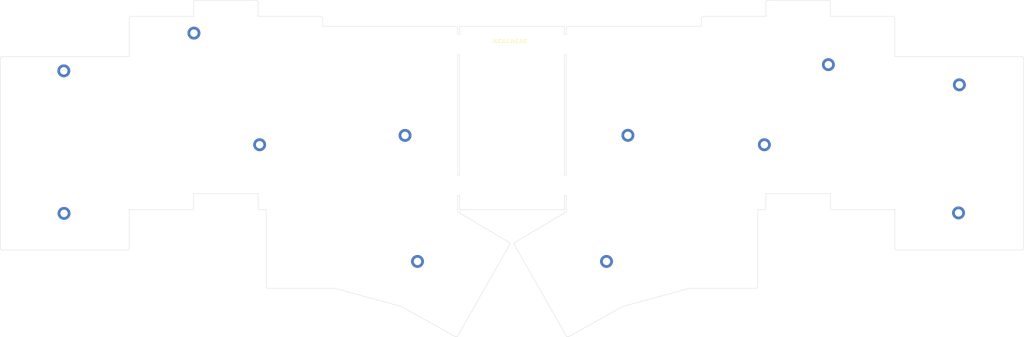
<source format=kicad_pcb>
(kicad_pcb (version 20221018) (generator pcbnew)
  (layers (0 "F.Cu" signal) (31 "B.Cu" signal) (34 "B.Paste" user) (35 "F.Paste" user) (36 "B.SilkS" user "B.Silkscreen") (37 "F.SilkS" user "F.Silkscreen") (38 "B.Mask" user) (39 "F.Mask" user) (44 "Edge.Cuts" user))
  (net 0 "")
  (footprint "MountingHole:MountingHole_2.2mm_M2_DIN965_Pad" (layer "F.Cu") (at 277.893794 115.42089)
    (fp_text reference "H12" hide)
    (fp_text value "MountingHole")
    (pad "1" thru_hole circle (at 0 0) (size 3.8 3.8) (drill 2.2) (layers "*.Cu" "*.Mask"))
  )
  (footprint "MountingHole:MountingHole_2.2mm_M2_DIN965_Pad" (layer "F.Cu") (at 335.50387 97.715258)
    (fp_text reference "H7" hide)
    (fp_text value "MountingHole")
    (pad "1" thru_hole circle (at 0 0) (size 3.8 3.8) (drill 2.2) (layers "*.Cu" "*.Mask"))
  )
  (footprint "MountingHole:MountingHole_2.2mm_M2_DIN965_Pad" (layer "F.Cu") (at 71.004848 135.700822)
    (fp_text reference "H2" hide)
    (fp_text value "MountingHole")
    (pad "1" thru_hole circle (at 0 0) (size 3.8 3.8) (drill 2.2) (layers "*.Cu" "*.Mask"))
  )
  (footprint "sepp:breakaway-mousebites" (layer "F.Cu") (at 219.334847 127.455826 90)
    (fp_text reference "H16" hide)
    (fp_text value "mousebites" hide)
    (pad "" np_thru_hole circle (at -2.54 -0.254 90) (size 0.7874 0.7874) (drill 0.7874) (layers "F&B.Cu" "*.Mask"))
    (pad "" np_thru_hole circle (at -1.27 -0.254 90) (size 0.7874 0.7874) (drill 0.7874) (layers "F&B.Cu" "*.Mask"))
    (pad "" np_thru_hole circle (at 0 -0.254 90) (size 0.7874 0.7874) (drill 0.7874) (layers "F&B.Cu" "*.Mask"))
    (pad "" np_thru_hole circle (at 1.27 -0.254 90) (size 0.7874 0.7874) (drill 0.7874) (layers "F&B.Cu" "*.Mask"))
    (pad "" np_thru_hole circle (at 2.54 -0.254 90) (size 0.7874 0.7874) (drill 0.7874) (layers "F&B.Cu" "*.Mask"))
  )
  (footprint "MountingHole:MountingHole_2.2mm_M2_DIN965_Pad" (layer "F.Cu") (at 296.808524 91.762126)
    (fp_text reference "H8" hide)
    (fp_text value "MountingHole")
    (pad "1" thru_hole circle (at 0 0) (size 3.8 3.8) (drill 2.2) (layers "*.Cu" "*.Mask"))
  )
  (footprint "MountingHole:MountingHole_2.2mm_M2_DIN965_Pad" (layer "F.Cu") (at 237.574449 112.641128)
    (fp_text reference "H4" hide)
    (fp_text value "MountingHole")
    (pad "1" thru_hole circle (at 0 0) (size 3.8 3.8) (drill 2.2) (layers "*.Cu" "*.Mask"))
  )
  (footprint "sepp:breakaway-mousebites" (layer "F.Cu") (at 219.3087 85.780826 90)
    (fp_text reference "H14" hide)
    (fp_text value "mousebites" hide)
    (pad "" np_thru_hole circle (at -2.54 -0.254 90) (size 0.7874 0.7874) (drill 0.7874) (layers "F&B.Cu" "*.Mask"))
    (pad "" np_thru_hole circle (at -1.27 -0.254 90) (size 0.7874 0.7874) (drill 0.7874) (layers "F&B.Cu" "*.Mask"))
    (pad "" np_thru_hole circle (at 0 -0.254 90) (size 0.7874 0.7874) (drill 0.7874) (layers "F&B.Cu" "*.Mask"))
    (pad "" np_thru_hole circle (at 1.27 -0.254 90) (size 0.7874 0.7874) (drill 0.7874) (layers "F&B.Cu" "*.Mask"))
    (pad "" np_thru_hole circle (at 2.54 -0.254 90) (size 0.7874 0.7874) (drill 0.7874) (layers "F&B.Cu" "*.Mask"))
  )
  (footprint "MountingHole:MountingHole_2.2mm_M2_DIN965_Pad" (layer "F.Cu") (at 175.424849 149.890821)
    (fp_text reference "H10" hide)
    (fp_text value "MountingHole")
    (pad "1" thru_hole circle (at 0 0) (size 3.8 3.8) (drill 2.2) (layers "*.Cu" "*.Mask"))
  )
  (footprint "sepp:breakaway-mousebites" (layer "F.Cu") (at 187.888848 85.770826 90)
    (fp_text reference "H13" hide)
    (fp_text value "mousebites" hide)
    (pad "" np_thru_hole circle (at -2.54 -0.254 90) (size 0.7874 0.7874) (drill 0.7874) (layers "F&B.Cu" "*.Mask"))
    (pad "" np_thru_hole circle (at -1.27 -0.254 90) (size 0.7874 0.7874) (drill 0.7874) (layers "F&B.Cu" "*.Mask"))
    (pad "" np_thru_hole circle (at 0 -0.254 90) (size 0.7874 0.7874) (drill 0.7874) (layers "F&B.Cu" "*.Mask"))
    (pad "" np_thru_hole circle (at 1.27 -0.254 90) (size 0.7874 0.7874) (drill 0.7874) (layers "F&B.Cu" "*.Mask"))
    (pad "" np_thru_hole circle (at 2.54 -0.254 90) (size 0.7874 0.7874) (drill 0.7874) (layers "F&B.Cu" "*.Mask"))
  )
  (footprint "MountingHole:MountingHole_2.2mm_M2_DIN965_Pad" (layer "F.Cu") (at 231.263797 149.890904)
    (fp_text reference "H3" hide)
    (fp_text value "MountingHole")
    (pad "1" thru_hole circle (at 0 0) (size 3.8 3.8) (drill 2.2) (layers "*.Cu" "*.Mask"))
  )
  (footprint "MountingHole:MountingHole_2.2mm_M2_DIN965_Pad" (layer "F.Cu") (at 70.934851 93.590824)
    (fp_text reference "H1" hide)
    (fp_text value "MountingHole")
    (pad "1" thru_hole circle (at 0 0) (size 3.8 3.8) (drill 2.2) (layers "*.Cu" "*.Mask"))
  )
  (footprint "MountingHole:MountingHole_2.2mm_M2_DIN965_Pad" (layer "F.Cu") (at 335.259848 135.555825)
    (fp_text reference "H11" hide)
    (fp_text value "MountingHole")
    (pad "1" thru_hole circle (at 0 0) (size 3.8 3.8) (drill 2.2) (layers "*.Cu" "*.Mask"))
  )
  (footprint "MountingHole:MountingHole_2.2mm_M2_DIN965_Pad" (layer "F.Cu") (at 128.794851 115.420825)
    (fp_text reference "H6" hide)
    (fp_text value "MountingHole")
    (pad "1" thru_hole circle (at 0 0) (size 3.8 3.8) (drill 2.2) (layers "*.Cu" "*.Mask"))
  )
  (footprint "MountingHole:MountingHole_2.2mm_M2_DIN965_Pad" (layer "F.Cu") (at 171.745565 112.664684)
    (fp_text reference "H9" hide)
    (fp_text value "MountingHole")
    (pad "1" thru_hole circle (at 0 0) (size 3.8 3.8) (drill 2.2) (layers "*.Cu" "*.Mask"))
  )
  (footprint "sepp:breakaway-mousebites" (layer "F.Cu") (at 187.888849 127.470827 90)
    (fp_text reference "H15" hide)
    (fp_text value "mousebites" hide)
    (pad "" np_thru_hole circle (at -2.54 -0.254 90) (size 0.7874 0.7874) (drill 0.7874) (layers "F&B.Cu" "*.Mask"))
    (pad "" np_thru_hole circle (at -1.27 -0.254 90) (size 0.7874 0.7874) (drill 0.7874) (layers "F&B.Cu" "*.Mask"))
    (pad "" np_thru_hole circle (at 0 -0.254 90) (size 0.7874 0.7874) (drill 0.7874) (layers "F&B.Cu" "*.Mask"))
    (pad "" np_thru_hole circle (at 1.27 -0.254 90) (size 0.7874 0.7874) (drill 0.7874) (layers "F&B.Cu" "*.Mask"))
    (pad "" np_thru_hole circle (at 2.54 -0.254 90) (size 0.7874 0.7874) (drill 0.7874) (layers "F&B.Cu" "*.Mask"))
  )
  (footprint "MountingHole:MountingHole_2.2mm_M2_DIN965_Pad" (layer "F.Cu") (at 109.374848 82.450824)
    (fp_text reference "H5" hide)
    (fp_text value "MountingHole")
    (pad "1" thru_hole circle (at 0 0) (size 3.8 3.8) (drill 2.2) (layers "*.Cu" "*.Mask"))
  )
  (gr_line (start 187.270932 82.832433) (end 187.866245 82.832429) (stroke (width 0.1)) (layer "Edge.Cuts"))
  (gr_arc (start 220.013148 172.12938) (mid 219.691848 172.122924) (end 219.417834 171.955018) (stroke (width 0.1)) (layer "Edge.Cuts"))
  (gr_line (start 186.675618 80.451177) (end 147.384962 80.451179) (stroke (width 0.1)) (layer "Edge.Cuts"))
  (gr_arc (start 203.939697 144.744983) (mid 203.985048 144.517179) (end 204.114058 144.324031) (stroke (width 0.1)) (layer "Edge.Cuts"))
  (gr_line (start 187.270933 88.785562) (end 187.866247 88.78556) (stroke (width 0.1)) (layer "Edge.Cuts"))
  (gr_line (start 187.270932 130.457469) (end 187.866244 130.45747) (stroke (width 0.1)) (layer "Edge.Cuts"))
  (gr_line (start 187.270932 89.380873) (end 187.270933 88.785562) (stroke (width 0.1)) (layer "Edge.Cuts"))
  (gr_arc (start 52.134883 89.976188) (mid 52.309267 89.555261) (end 52.730193 89.380873) (stroke (width 0.1)) (layer "Edge.Cuts"))
  (gr_arc (start 278.35382 73.307421) (mid 278.528148 72.88644) (end 278.949133 72.71211) (stroke (width 0.1)) (layer "Edge.Cuts"))
  (gr_line (start 219.417833 135.219973) (end 204.114058 144.324031) (stroke (width 0.1)) (layer "Edge.Cuts"))
  (gr_arc (start 128.93026 134.624662) (mid 128.509282 134.450324) (end 128.334945 134.029346) (stroke (width 0.1)) (layer "Edge.Cuts"))
  (gr_line (start 109.284929 73.307423) (end 109.28493 77.474614) (stroke (width 0.1)) (layer "Edge.Cuts"))
  (gr_line (start 187.270932 81.046492) (end 187.270932 82.832433) (stroke (width 0.1)) (layer "Edge.Cuts"))
  (gr_arc (start 146.78965 77.474611) (mid 147.210613 77.648961) (end 147.384958 78.069927) (stroke (width 0.1)) (layer "Edge.Cuts"))
  (gr_line (start 259.303805 80.451177) (end 220.013146 80.451177) (stroke (width 0.1)) (layer "Edge.Cuts"))
  (gr_line (start 202.574708 144.324033) (end 187.270931 135.219976) (stroke (width 0.1)) (layer "Edge.Cuts"))
  (gr_arc (start 131.31151 157.841867) (mid 130.890587 157.667477) (end 130.716197 157.246553) (stroke (width 0.1)) (layer "Edge.Cuts"))
  (gr_line (start 146.78965 77.474611) (end 128.334947 77.474617) (stroke (width 0.1)) (layer "Edge.Cuts"))
  (gr_line (start 218.822519 124.504342) (end 218.822521 88.785561) (stroke (width 0.1)) (layer "Edge.Cuts"))
  (gr_arc (start 127.739631 72.712108) (mid 128.160604 72.886448) (end 128.334945 73.307421) (stroke (width 0.1)) (layer "Edge.Cuts"))
  (gr_arc (start 90.234913 78.069927) (mid 90.409255 77.648957) (end 90.830224 77.474612) (stroke (width 0.1)) (layer "Edge.Cuts"))
  (gr_line (start 187.866241 80.451181) (end 187.866245 82.832429) (stroke (width 0.1)) (layer "Edge.Cuts"))
  (gr_line (start 316.453856 134.624661) (end 316.453853 145.93561) (stroke (width 0.1)) (layer "Edge.Cuts"))
  (gr_line (start 109.28493 77.474614) (end 90.830224 77.474612) (stroke (width 0.1)) (layer "Edge.Cuts"))
  (gr_line (start 90.234913 78.069927) (end 90.234913 89.380875) (stroke (width 0.1)) (layer "Edge.Cuts"))
  (gr_line (start 255.73193 157.84187) (end 275.377255 157.841868) (stroke (width 0.1)) (layer "Edge.Cuts"))
  (gr_line (start 90.234911 134.62466) (end 108.689619 134.624658) (stroke (width 0.1)) (layer "Edge.Cuts"))
  (gr_line (start 297.403838 77.474612) (end 297.403834 73.307423) (stroke (width 0.1)) (layer "Edge.Cuts"))
  (gr_arc (start 315.858541 77.474616) (mid 316.279518 77.648959) (end 316.453852 78.069926) (stroke (width 0.1)) (layer "Edge.Cuts"))
  (gr_arc (start 278.353821 134.029347) (mid 278.179383 134.450211) (end 277.758507 134.624658) (stroke (width 0.1)) (layer "Edge.Cuts"))
  (gr_line (start 278.35382 73.307421) (end 278.353818 77.474614) (stroke (width 0.1)) (layer "Edge.Cuts"))
  (gr_line (start 187.866246 134.624661) (end 218.822522 134.62466) (stroke (width 0.1)) (layer "Edge.Cuts"))
  (gr_line (start 109.284931 129.862156) (end 128.334946 129.862157) (stroke (width 0.1)) (layer "Edge.Cuts"))
  (gr_line (start 275.972566 157.246554) (end 275.972567 134.624662) (stroke (width 0.1)) (layer "Edge.Cuts"))
  (gr_line (start 187.27093 171.955016) (end 202.749069 144.744983) (stroke (width 0.1)) (layer "Edge.Cuts"))
  (gr_line (start 218.822522 80.451177) (end 187.866241 80.451181) (stroke (width 0.1)) (layer "Edge.Cuts"))
  (gr_line (start 128.334947 77.474617) (end 128.334945 73.307421) (stroke (width 0.1)) (layer "Edge.Cuts"))
  (gr_line (start 130.716197 134.624662) (end 130.716197 157.246553) (stroke (width 0.1)) (layer "Edge.Cuts"))
  (gr_line (start 187.27093 124.504342) (end 187.270932 89.380873) (stroke (width 0.1)) (layer "Edge.Cuts"))
  (gr_line (start 218.822522 134.62466) (end 218.822522 130.457469) (stroke (width 0.1)) (layer "Edge.Cuts"))
  (gr_line (start 150.956839 157.841865) (end 170.602168 163.199686) (stroke (width 0.1)) (layer "Edge.Cuts"))
  (gr_arc (start 187.27093 171.955016) (mid 186.996921 172.12293) (end 186.675619 172.129381) (stroke (width 0.1)) (layer "Edge.Cuts"))
  (gr_arc (start 275.972566 157.246554) (mid 275.798217 157.667516) (end 275.377255 157.841868) (stroke (width 0.1)) (layer "Edge.Cuts"))
  (gr_line (start 219.417833 124.504337) (end 218.822519 124.504342) (stroke (width 0.1)) (layer "Edge.Cuts"))
  (gr_line (start 296.808525 72.712107) (end 278.949133 72.71211) (stroke (width 0.1)) (layer "Edge.Cuts"))
  (gr_line (start 90.234913 89.380875) (end 52.730193 89.380873) (stroke (width 0.1)) (layer "Edge.Cuts"))
  (gr_arc (start 109.284929 73.307423) (mid 109.459297 72.886479) (end 109.880241 72.71211) (stroke (width 0.1)) (layer "Edge.Cuts"))
  (gr_line (start 203.939697 144.744983) (end 219.417834 171.955018) (stroke (width 0.1)) (layer "Edge.Cuts"))
  (gr_line (start 128.334946 129.862157) (end 128.334945 134.029346) (stroke (width 0.1)) (layer "Edge.Cuts"))
  (gr_line (start 131.31151 157.841867) (end 150.956839 157.841865) (stroke (width 0.1)) (layer "Edge.Cuts"))
  (gr_line (start 297.999152 134.62466) (end 316.453856 134.624661) (stroke (width 0.1)) (layer "Edge.Cuts"))
  (gr_arc (start 297.999152 134.62466) (mid 297.578245 134.450253) (end 297.403834 134.029346) (stroke (width 0.1)) (layer "Edge.Cuts"))
  (gr_line (start 52.134883 89.976188) (end 52.134882 145.935604) (stroke (width 0.1)) (layer "Edge.Cuts"))
  (gr_arc (start 52.730195 146.530923) (mid 52.309207 146.356594) (end 52.134882 145.935604) (stroke (width 0.1)) (layer "Edge.Cuts"))
  (gr_line (start 170.602168 163.199686) (end 186.675619 172.129381) (stroke (width 0.1)) (layer "Edge.Cuts"))
  (gr_line (start 147.384962 80.451179) (end 147.384958 78.069927) (stroke (width 0.1)) (layer "Edge.Cuts"))
  (gr_arc (start 109.284931 134.029349) (mid 109.110586 134.450315) (end 108.689619 134.624658) (stroke (width 0.1)) (layer "Edge.Cuts"))
  (gr_arc (start 219.417834 81.046491) (mid 219.592226 80.625558) (end 220.013146 80.451177) (stroke (width 0.1)) (layer "Edge.Cuts"))
  (gr_arc (start 186.675618 80.451177) (mid 187.096584 80.625525) (end 187.270932 81.046492) (stroke (width 0.1)) (layer "Edge.Cuts"))
  (gr_line (start 316.453855 89.380873) (end 316.453852 78.069926) (stroke (width 0.1)) (layer "Edge.Cuts"))
  (gr_line (start 218.822522 82.832431) (end 218.822522 80.451177) (stroke (width 0.1)) (layer "Edge.Cuts"))
  (gr_arc (start 90.234914 145.935606) (mid 90.060565 146.35657) (end 89.639602 146.53092) (stroke (width 0.1)) (layer "Edge.Cuts"))
  (gr_line (start 128.93026 134.624662) (end 130.716197 134.624662) (stroke (width 0.1)) (layer "Edge.Cuts"))
  (gr_line (start 90.234914 145.935606) (end 90.234911 134.62466) (stroke (width 0.1)) (layer "Edge.Cuts"))
  (gr_line (start 219.417835 82.832428) (end 219.417834 81.046491) (stroke (width 0.1)) (layer "Edge.Cuts"))
  (gr_line (start 219.417833 130.457467) (end 219.417833 135.219973) (stroke (width 0.1)) (layer "Edge.Cuts"))
  (gr_line (start 127.739631 72.712108) (end 109.880241 72.71211) (stroke (width 0.1)) (layer "Edge.Cuts"))
  (gr_line (start 187.866244 130.45747) (end 187.866246 134.624661) (stroke (width 0.1)) (layer "Edge.Cuts"))
  (gr_arc (start 202.574708 144.324033) (mid 202.703789 144.517153) (end 202.749069 144.744983) (stroke (width 0.1)) (layer "Edge.Cuts"))
  (gr_line (start 218.822522 130.457469) (end 219.417833 130.457467) (stroke (width 0.1)) (layer "Edge.Cuts"))
  (gr_line (start 109.284931 134.029349) (end 109.284931 129.862156) (stroke (width 0.1)) (layer "Edge.Cuts"))
  (gr_line (start 187.866247 88.78556) (end 187.866245 89.380871) (stroke (width 0.1)) (layer "Edge.Cuts"))
  (gr_line (start 278.35382 129.862156) (end 297.403836 129.862154) (stroke (width 0.1)) (layer "Edge.Cuts"))
  (gr_line (start 218.822521 88.785561) (end 219.417834 88.78556) (stroke (width 0.1)) (layer "Edge.Cuts"))
  (gr_arc (start 354.553883 145.93561) (mid 354.379515 146.356543) (end 353.95857 146.53092) (stroke (width 0.1)) (layer "Edge.Cuts"))
  (gr_line (start 219.417834 88.78556) (end 219.417833 124.504337) (stroke (width 0.1)) (layer "Edge.Cuts"))
  (gr_line (start 187.866245 89.380871) (end 187.866244 124.504342) (stroke (width 0.1)) (layer "Edge.Cuts"))
  (gr_arc (start 317.049166 146.530921) (mid 316.628236 146.356547) (end 316.453853 145.93561) (stroke (width 0.1)) (layer "Edge.Cuts"))
  (gr_line (start 354.553883 145.93561) (end 354.553884 89.976183) (stroke (width 0.1)) (layer "Edge.Cuts"))
  (gr_line (start 187.866244 124.504342) (end 187.27093 124.504342) (stroke (width 0.1)) (layer "Edge.Cuts"))
  (gr_line (start 275.972567 134.624662) (end 277.758507 134.624658) (stroke (width 0.1)) (layer "Edge.Cuts"))
  (gr_line (start 317.049166 146.530921) (end 353.95857 146.53092) (stroke (width 0.1)) (layer "Edge.Cuts"))
  (gr_line (start 259.303808 78.069927) (end 259.303805 80.451177) (stroke (width 0.1)) (layer "Edge.Cuts"))
  (gr_arc (start 353.958571 89.380872) (mid 354.379509 89.555229) (end 354.553884 89.976183) (stroke (width 0.1)) (layer "Edge.Cuts"))
  (gr_line (start 278.353818 77.474614) (end 259.899122 77.47461) (stroke (width 0.1)) (layer "Edge.Cuts"))
  (gr_line (start 278.353821 134.029347) (end 278.35382 129.862156) (stroke (width 0.1)) (layer "Edge.Cuts"))
  (gr_line (start 353.958571 89.380872) (end 316.453855 89.380873) (stroke (width 0.1)) (layer "Edge.Cuts"))
  (gr_line (start 315.858541 77.474616) (end 297.403838 77.474612) (stroke (width 0.1)) (layer "Edge.Cuts"))
  (gr_line (start 52.730195 146.530923) (end 89.639602 146.53092) (stroke (width 0.1)) (layer "Edge.Cuts"))
  (gr_arc (start 296.808525 72.712107) (mid 297.229453 72.886481) (end 297.403834 73.307423) (stroke (width 0.1)) (layer "Edge.Cuts"))
  (gr_line (start 297.403836 129.862154) (end 297.403834 134.029346) (stroke (width 0.1)) (layer "Edge.Cuts"))
  (gr_line (start 218.822522 82.832431) (end 219.417835 82.832428) (stroke (width 0.1)) (layer "Edge.Cuts"))
  (gr_line (start 236.086598 163.199686) (end 255.73193 157.84187) (stroke (width 0.1)) (layer "Edge.Cuts"))
  (gr_line (start 187.270931 135.219976) (end 187.270932 130.457469) (stroke (width 0.1)) (layer "Edge.Cuts"))
  (gr_line (start 220.013148 172.12938) (end 236.086598 163.199686) (stroke (width 0.1)) (layer "Edge.Cuts"))
  (gr_arc (start 259.303808 78.069927) (mid 259.478193 77.648996) (end 259.899122 77.47461) (stroke (width 0.1)) (layer "Edge.Cuts"))
  (gr_text "JLCJLCJLCJLC" (at 202.734849 84.805825) (layer "F.SilkS") (effects (font (size 1 1))))
)
</source>
